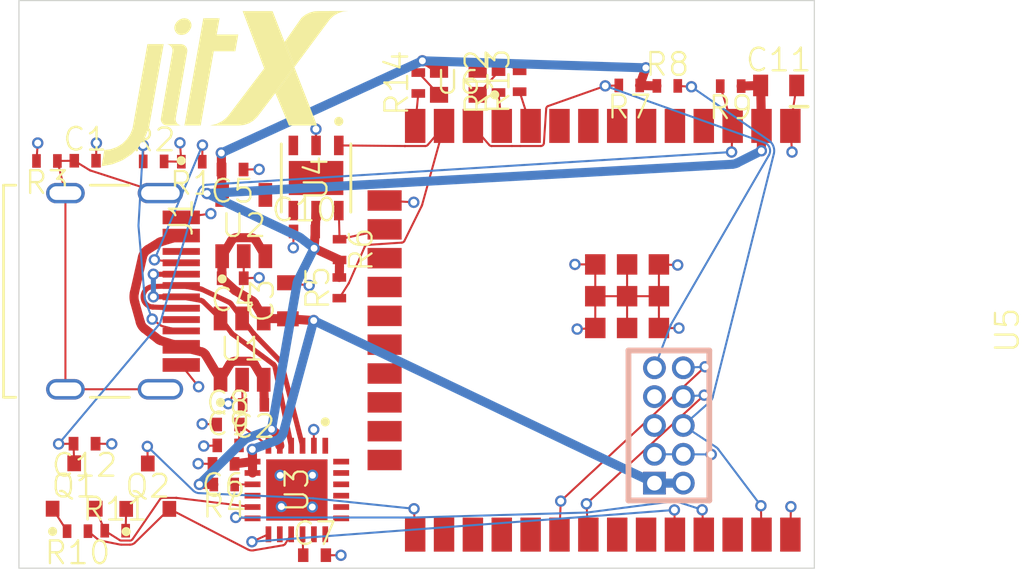
<source format=kicad_pcb>
(kicad_pcb (version 20221018) (generator jitx)
  (layers (0 F.Cu signal) (1 In1.Cu signal) (2 In2.Cu signal) (31 B.Cu signal) (34 "B.Paste" user) (35 "F.Paste" user) (36 "B.SilkS" user "B.Silkscreen") (37 "F.SilkS" user "F.Silkscreen") (38 "B.Mask" user) (39 "F.Mask" user) (44 "Edge.Cuts" user))
  (net 1 "H-I2C_scl")
  (net 2 "rid_p1")
  (net 3 "c")
  (net 4 "VPP")
  (net 5 "b")
  (net 6 "RXD_SCI")
  (net 7 "ESP-RX")
  (net 8 "pc-uart_tx")
  (net 9 "cap_p1")
  (net 10 "g")
  (net 11 "D+")
  (net 12 "TXD_SCI")
  (net 13 "control-pins0_timer")
  (net 14 "SBU1")
  (net 15 "RTS_ECI")
  (net 16 "pc-uart_rx")
  (net 17 "nRST")
  (net 18 "RTS_SCI")
  (net 19 "H-I2C_sda")
  (net 20 "pc-ctrl1_gpio")
  (net 21 "VBUS")
  (net 22 "ESP-TX")
  (net 23 "EN")
  (net 24 "D-")
  (net 25 "control-pins1_timer")
  (net 26 "DTR_SCI")
  (net 27 "control-pins2_timer")
  (net 28 "pc-ctrl0_gpio")
  (net 29 "r")
  (net 30 "rid_rid_p1")
  (net 31 "SBU2")
  (net 32 "gnd")
  (net 33 "proc_q0_b")
  (net 34 "DTR_ECI")
  (net 35 "P5V0")
  (net 36 "P3V3")
  (net 37 "proc_q1_b")
  (net 38 "VDD")
  (footprint ble-mote:Pkg0402_4 (layer F.Cu) (at 129.605497 102.59687 270.0)
    (fp_text value "5K1" hide)
    (fp_text reference "R1")
  )
  (footprint ble-mote:SOT95P280X100_3N (layer F.Cu) (at 124.430854 116.879644 0.0)
    (fp_text value "~" hide)
    (fp_text reference "Q1")
  )
  (footprint ble-mote:JITX_SM_LP (layer F.Cu) (at 124.475591 103.740814 0.0)
    (fp_text reference "JITX1" hide)
    (fp_text value "~" hide)
  )
  (footprint ble-mote:QFN24 (layer F.Cu) (at 134.229127 117.055949 270.0)
    (fp_text value "~" hide)
    (fp_text reference "U3")
  )
  (footprint ble-mote:Pkg0402_4 (layer F.Cu) (at 148.856261 99.238499 270.0)
    (fp_text value "10K" hide)
    (fp_text reference "R7")
  )
  (footprint ble-mote:Pkg0402_4 (layer F.Cu) (at 126.235437 118.84835 90.0)
    (fp_text value "10K" hide)
    (fp_text reference "R11")
  )
  (footprint ble-mote:Pkg0402 (layer F.Cu) (at 136.108091 106.468358 0.0)
    (fp_text value "8K2" hide)
    (fp_text reference "R6")
  )
  (footprint ble-mote:ESP32_WROOM (layer F.Cu) (at 150.840312 110.02064 270.0)
    (fp_text value "~" hide)
    (fp_text reference "U5")
  )
  (footprint ble-mote:HDR_TH_10P_P1_27_V_F_R2_C5_S1_27_1 (layer B.Cu) (at 150.599356 114.21335 270.0)
    (fp_text reference "H1")
    (fp_text value "~")
  )
  (footprint ble-mote:Pkg0402_3 (layer F.Cu) (at 131.406024 107.729238 270.0)
    (fp_text value "1u" hide)
    (fp_text reference "C4")
  )
  (footprint ble-mote:Pkg0402_2 (layer F.Cu) (at 131.205498 115.091924 90.0)
    (fp_text value "100n" hide)
    (fp_text reference "C9")
  )
  (footprint ble-mote:Pkg0402 (layer F.Cu) (at 136.097441 108.150974 180.0)
    (fp_text value "8K2" hide)
    (fp_text reference "R5")
  )
  (footprint ble-mote:Pkg0402_4 (layer F.Cu) (at 139.572987 99.130527 180.0)
    (fp_text value "43R" hide)
    (fp_text reference "R14")
  )
  (footprint ble-mote:SOT95P280X145_6N (layer F.Cu) (at 131.8202 110.850399 0.0)
    (fp_text value "~" hide)
    (fp_text reference "U1")
  )
  (footprint ble-mote:RGB_2020 (layer F.Cu) (at 141.335363 99.100265 180.0)
    (fp_text value "~" hide)
    (fp_text reference "U6")
  )
  (footprint ble-mote:Pkg0402_4 (layer F.Cu) (at 127.927676 102.583802 90.0)
    (fp_text value "5K1" hide)
    (fp_text reference "R2")
  )
  (footprint ble-mote:Pkg0402_2 (layer F.Cu) (at 132.318745 113.308782 270.0)
    (fp_text value "100n" hide)
    (fp_text reference "C2")
  )
  (footprint ble-mote:Pkg0402_4 (layer F.Cu) (at 150.530744 99.258353 90.0)
    (fp_text value "10K" hide)
    (fp_text reference "R8")
  )
  (footprint ble-mote:Pkg0402_4 (layer F.Cu) (at 123.231926 102.563035 270.0)
    (fp_text value "100K" hide)
    (fp_text reference "R3")
  )
  (footprint ble-mote:Pkg0402_3 (layer F.Cu) (at 131.398732 102.941548 270.0)
    (fp_text value "1u" hide)
    (fp_text reference "C5")
  )
  (footprint ble-mote:Pkg0402_4 (layer F.Cu) (at 131.033303 116.814086 270.0)
    (fp_text value "4K7" hide)
    (fp_text reference "R4")
  )
  (footprint ble-mote:Pkg0402_4 (layer F.Cu) (at 143.102254 99.090141 180.0)
    (fp_text value "150R" hide)
    (fp_text reference "R12")
  )
  (footprint ble-mote:Pkg0603 (layer F.Cu) (at 133.8345 108.723621 180.0)
    (fp_text value "10u" hide)
    (fp_text reference "C3")
  )
  (footprint ble-mote:Pkg0603 (layer F.Cu) (at 155.430123 99.237927 90.0)
    (fp_text value "10u" hide)
    (fp_text reference "C11")
  )
  (footprint ble-mote:Pkg0402_1 (layer F.Cu) (at 135.007589 119.92599 90.0)
    (fp_text value "4.7u" hide)
    (fp_text reference "C7")
  )
  (footprint ble-mote:Pkg0402_4 (layer F.Cu) (at 124.577724 118.868204 270.0)
    (fp_text value "10K" hide)
    (fp_text reference "R10")
  )
  (footprint ble-mote:Pkg0402_2 (layer F.Cu) (at 124.913855 102.554803 90.0)
    (fp_text value "100n" hide)
    (fp_text reference "C1")
  )
  (footprint ble-mote:Pkg0402_2 (layer F.Cu) (at 134.561141 105.668237 90.0)
    (fp_text value "100n" hide)
    (fp_text reference "C10")
  )
  (footprint ble-mote:Pkg0402_3 (layer F.Cu) (at 124.886517 115.016552 270.0)
    (fp_text value "1u" hide)
    (fp_text reference "C12")
  )
  (footprint ble-mote:SOT95P280X100_3N (layer F.Cu) (at 127.668982 116.887531 0.0)
    (fp_text value "~" hide)
    (fp_text reference "Q2")
  )
  (footprint ble-mote:SOT95P280X145_5N (layer F.Cu) (at 131.892369 105.408538 0.0)
    (fp_text value "~" hide)
    (fp_text reference "U2")
  )
  (footprint ble-mote:Pkg0402_1 (layer F.Cu) (at 131.203689 114.170499 90.0)
    (fp_text value "4.7u" hide)
    (fp_text reference "C8")
  )
  (footprint ble-mote:Pkg0402_4 (layer F.Cu) (at 144.030817 99.05363 180.0)
    (fp_text value "150R" hide)
    (fp_text reference "R13")
  )
  (footprint ble-mote:LP_TYPE_C_31_M_12 (layer F.Cu) (at 129.141239 105.049863 270.0)
    (fp_text value "~" hide)
    (fp_text reference "J1")
  )
  (footprint ble-mote:Pkg0402_3 (layer F.Cu) (at 131.002613 115.905356 270.0)
    (fp_text value "1u" hide)
    (fp_text reference "C6")
  )
  (footprint ble-mote:SON100P300X300X80_7N (layer F.Cu) (at 135.074029 103.31497 270.0)
    (fp_text value "~" hide)
    (fp_text reference "U4")
  )
  (footprint ble-mote:Pkg0402_4 (layer F.Cu) (at 153.319367 99.268309 270.0)
    (fp_text value "10K" hide)
    (fp_text reference "R9")
  )
  (segment (start 145.839727 117.544299) (end 145.785312 119.02064) (layer F.Cu) (width 0.09) (net 0))
  (segment (start 154.675312 119.02064) (end 154.649517497212 117.748933694349) (layer F.Cu) (width 0.09) (net 0))
  (segment (start 147.055312 119.02064) (end 146.971398 117.663423) (layer F.Cu) (width 0.09) (net 0))
  (segment (start 144.030817 98.5937687818866) (end 143.460960986636 98.3185741882456) (layer F.Cu) (width 0.09) (net 10))
  (segment (start 143.460960986636 98.3185741882456) (end 143.460960986636 98.3185741882456) (layer F.Cu) (width 0.09) (net 10))
  (arc (start 143.460960986636 98.3185741882456) (mid 143.432366127234 98.3085421406074) (end 143.402254 98.305141) (layer F.Cu) (width 0.09) (net 10))
  (segment (start 143.402254 98.305141) (end 142.802254 98.305141) (layer F.Cu) (width 0.09) (net 10))
  (segment (start 142.802254 98.305141) (end 142.802254 98.305141) (layer F.Cu) (width 0.09) (net 10))
  (arc (start 142.802254 98.305141) (mid 142.775844620835 98.3077493662306) (end 142.750455765119 98.3154736712276) (layer F.Cu) (width 0.09) (net 10))
  (segment (start 142.750455765119 98.3154736712276) (end 142.185363 98.550265) (layer F.Cu) (width 0.09) (net 10))
  (segment (start 151.234356 115.48335) (end 149.964356 115.48335) (layer B.Cu) (width 0.09) (net 32))
  (segment (start 152.463213 115.488797) (end 151.234356 115.48335) (layer B.Cu) (width 0.09) (net 32))
  (segment (start 134.769209 108.047662) (end 133.8345 107.929687017178) (layer F.Cu) (width 0.09) (net 32))
  (segment (start 148.760312 108.52064) (end 148.760312 109.92064) (layer F.Cu) (width 0.09) (net 32))
  (segment (start 130.705077781887 114.170499) (end 130.063225 114.146012) (layer F.Cu) (width 0.09) (net 32))
  (segment (start 130.444251 104.8851) (end 129.141239 105.049863) (layer F.Cu) (width 0.09) (net 32))
  (segment (start 132.569228 107.706619) (end 131.890885218113 107.729238) (layer F.Cu) (width 0.09) (net 32))
  (segment (start 147.360312 107.12064) (end 147.360312 108.52064) (layer F.Cu) (width 0.09) (net 32))
  (segment (start 130.132713 115.118851) (end 130.726886781887 115.091924) (layer F.Cu) (width 0.09) (net 32))
  (segment (start 129.904291 112.505801) (end 129.141239 111.549863) (layer F.Cu) (width 0.09) (net 32))
  (segment (start 122.826231 101.774182) (end 122.772064781887 102.563035) (layer F.Cu) (width 0.09) (net 32))
  (segment (start 155.945312 119.02064) (end 155.968587 117.788939) (layer F.Cu) (width 0.09) (net 32))
  (segment (start 132.569228 102.933424) (end 131.883593218113 102.941548) (layer F.Cu) (width 0.09) (net 32))
  (segment (start 146.563842 109.969026) (end 147.360312 109.92064) (layer F.Cu) (width 0.09) (net 32))
  (segment (start 150.160312 107.12064) (end 150.160312 108.52064) (layer F.Cu) (width 0.09) (net 32))
  (segment (start 131.8202 112.200399) (end 131.840133781887 113.308782) (layer F.Cu) (width 0.09) (net 32))
  (segment (start 125.392466218113 102.554803) (end 125.409372 101.774181) (layer F.Cu) (width 0.09) (net 32))
  (segment (start 156.017858 102.17058) (end 155.945312 101.02064) (layer F.Cu) (width 0.09) (net 32))
  (segment (start 151.042223 109.926909) (end 150.160312 109.92064) (layer F.Cu) (width 0.09) (net 32))
  (segment (start 147.360312 109.92064) (end 147.360312 108.52064) (layer F.Cu) (width 0.09) (net 32))
  (segment (start 126.081899 115.024987) (end 125.371378218113 115.016552) (layer F.Cu) (width 0.09) (net 32))
  (segment (start 134.972032 114.394409) (end 134.979127 115.105949) (layer F.Cu) (width 0.09) (net 32))
  (segment (start 131.8202 112.200399) (end 131.2099 113.253368) (layer F.Cu) (width 0.09) (net 32))
  (segment (start 134.073381 106.38686) (end 134.082529781887 105.668237) (layer F.Cu) (width 0.09) (net 32))
  (segment (start 138.090312 104.30564) (end 139.372904 104.38457) (layer F.Cu) (width 0.09) (net 32))
  (segment (start 146.465571 107.119147) (end 147.360312 107.12064) (layer F.Cu) (width 0.09) (net 32))
  (segment (start 150.160312 108.52064) (end 148.760312 108.52064) (layer F.Cu) (width 0.09) (net 32))
  (segment (start 155.945312 101.02064) (end 156.224056982822 99.237927) (layer F.Cu) (width 0.09) (net 32))
  (segment (start 135.068834 101.162203) (end 135.074029 101.87997) (layer F.Cu) (width 0.09) (net 32))
  (segment (start 131.890885218113 107.729238) (end 131.892369 106.758538) (layer F.Cu) (width 0.09) (net 32))
  (segment (start 150.986068 107.147225) (end 150.160312 107.12064) (layer F.Cu) (width 0.09) (net 32))
  (segment (start 148.760312 108.52064) (end 147.360312 108.52064) (layer F.Cu) (width 0.09) (net 32))
  (segment (start 136.169796 119.93051) (end 135.506200218113 119.92599) (layer F.Cu) (width 0.09) (net 32))
  (segment (start 129.145635781887 102.59687) (end 128.387537218113 102.583802) (layer F.Cu) (width 0.09) (net 32))
  (segment (start 150.160312 108.52064) (end 150.160312 109.92064) (layer F.Cu) (width 0.09) (net 32))
  (segment (start 129.885784 115.895694) (end 130.517751781887 115.905356) (layer F.Cu) (width 0.09) (net 32))
  (segment (start 129.084739 101.766146) (end 129.145635781887 102.59687) (layer F.Cu) (width 0.09) (net 32))
  (segment (start 148.760312 108.52064) (end 148.760312 107.12064) (layer F.Cu) (width 0.09) (net 32))
  (segment (start 152.192967 111.627844) (end 151.234356 111.67335) (layer B.Cu) (width 0.09) (net 8))
  (segment (start 152.192967 111.627844) (end 145.839727 117.544299) (layer F.Cu) (width 0.09) (net 8))
  (segment (start 139.435312 101.02064) (end 139.572987 99.5903882181134) (layer F.Cu) (width 0.09) (net 27))
  (segment (start 131.8202 109.500399) (end 131.331350213966 108.853601592233) (layer F.Cu) (width 0.224) (net 11))
  (segment (start 131.331350213966 108.853601592233) (end 131.331350213966 108.853601592233) (layer F.Cu) (width 0.224) (net 11))
  (arc (start 131.331350213966 108.853601592233) (mid 131.297835995871 108.81883255226) (end 131.257026941577 108.793011823323) (layer F.Cu) (width 0.224) (net 11))
  (segment (start 131.257026941577 108.793011823323) (end 130.048065941577 108.217475823323) (layer F.Cu) (width 0.224) (net 11))
  (segment (start 130.048065941577 108.217475823323) (end 130.048065941577 108.217475823323) (layer F.Cu) (width 0.224) (net 11))
  (arc (start 130.048065941577 108.217475823323) (mid 130.022781947563 108.207466363841) (end 129.996382642775 108.200943608355) (layer F.Cu) (width 0.224) (net 11))
  (segment (start 129.996382642775 108.200943608355) (end 129.141239 108.049863) (layer F.Cu) (width 0.224) (net 11))
  (segment (start 134.479127 115.105949) (end 133.570145068439 111.547684754343) (layer F.Cu) (width 0.224) (net 11))
  (segment (start 133.570145068439 111.547684754343) (end 133.570145068439 111.547684754343) (layer F.Cu) (width 0.224) (net 11))
  (arc (start 133.570145068439 111.547684754343) (mid 133.520512920521 111.423457987833) (end 133.440614270652 111.316164719763) (layer F.Cu) (width 0.224) (net 11))
  (segment (start 133.440614270652 111.316164719763) (end 132.325192863039 110.166029474046) (layer F.Cu) (width 0.224) (net 11))
  (segment (start 132.325192863039 110.166029474046) (end 132.325192863039 110.166029474046) (layer F.Cu) (width 0.224) (net 11))
  (arc (start 132.325192863039 110.166029474046) (mid 132.316831972113 110.156860964165) (end 132.309049786034 110.147196407767) (layer F.Cu) (width 0.224) (net 11))
  (segment (start 132.309049786034 110.147196407767) (end 131.8202 109.500399) (layer F.Cu) (width 0.224) (net 11))
  (segment (start 129.141239 109.049863) (end 127.89715309091 108.998302308639) (layer F.Cu) (width 0.224) (net 11))
  (segment (start 127.89715309091 108.998302308639) (end 127.89715309091 108.998302308639) (layer F.Cu) (width 0.224) (net 11))
  (arc (start 127.89715309091 108.998302308639) (mid 127.463871468375 108.545537867678) (end 127.899455614867 108.09498814262) (layer F.Cu) (width 0.224) (net 11))
  (segment (start 127.899455614867 108.09498814262) (end 129.141239 108.049863) (layer F.Cu) (width 0.224) (net 11))
  (segment (start 153.357439 102.17058) (end 130.248943924457 103.61247228654) (layer B.Cu) (width 0.09) (net 23))
  (segment (start 130.248943924457 103.61247228654) (end 130.248943924457 103.61247228654) (layer B.Cu) (width 0.09) (net 23))
  (arc (start 130.248943924457 103.61247228654) (mid 130.032285564395 103.6961920261) (end 129.903211547363 103.889297535872) (layer B.Cu) (width 0.09) (net 23))
  (segment (start 129.903211547363 103.889297535872) (end 128.233071452637 109.637035464128) (layer B.Cu) (width 0.09) (net 23))
  (segment (start 128.233071452637 109.637035464128) (end 128.233071452637 109.637035464128) (layer B.Cu) (width 0.09) (net 23))
  (arc (start 128.233071452637 109.637035464128) (mid 128.20289926322 109.711102148552) (end 128.158075337271 109.777336961287) (layer B.Cu) (width 0.09) (net 23))
  (segment (start 128.158075337271 109.777336961287) (end 123.745217 115.027122) (layer B.Cu) (width 0.09) (net 23))
  (segment (start 123.745217 115.027122) (end 124.401655781887 115.016552) (layer F.Cu) (width 0.09) (net 23))
  (segment (start 153.357439 102.17058) (end 153.405312 101.02064) (layer F.Cu) (width 0.09) (net 23))
  (segment (start 153.405312 101.02064) (end 152.859505781887 99.268309) (layer F.Cu) (width 0.09) (net 23))
  (segment (start 124.401655781887 115.016552) (end 124.430854 115.879644) (layer F.Cu) (width 0.09) (net 23))
  (segment (start 126.695298218113 118.84835) (end 126.718982 117.887531) (layer F.Cu) (width 0.09) (net 37))
  (segment (start 154.649517497212 117.748933694349) (end 152.77062260855 115.257011900024) (layer B.Cu) (width 0.09) (net 20))
  (segment (start 152.77062260855 115.257011900024) (end 152.77062260855 115.257011900024) (layer B.Cu) (width 0.09) (net 20))
  (arc (start 152.77062260855 115.257011900024) (mid 152.726995489503 115.208361983942) (end 152.675769192717 115.167790979904) (layer B.Cu) (width 0.09) (net 20))
  (segment (start 152.675769192717 115.167790979904) (end 151.234356 114.21335) (layer B.Cu) (width 0.09) (net 20))
  (segment (start 151.591374 99.296639) (end 154.990475391016 101.651452044234) (layer B.Cu) (width 0.09) (net 20))
  (segment (start 154.990475391016 101.651452044234) (end 154.990475391016 101.651452044234) (layer B.Cu) (width 0.09) (net 20))
  (arc (start 154.990475391016 101.651452044234) (mid 155.197601063104 101.917104921474) (end 155.216731162964 102.25341807094) (layer B.Cu) (width 0.09) (net 20))
  (segment (start 155.216731162964 102.25341807094) (end 152.526679128745 112.972352499667) (layer B.Cu) (width 0.09) (net 20))
  (segment (start 152.526679128745 112.972352499667) (end 152.526679128745 112.972352499667) (layer B.Cu) (width 0.09) (net 20))
  (arc (start 152.526679128745 112.972352499667) (mid 152.482611646627 113.078016620118) (end 152.409421037396 113.166050613845) (layer B.Cu) (width 0.09) (net 20))
  (segment (start 152.409421037396 113.166050613845) (end 151.234356 114.21335) (layer B.Cu) (width 0.09) (net 20))
  (segment (start 151.591374 99.296639) (end 150.990605218113 99.258353) (layer F.Cu) (width 0.09) (net 20))
  (segment (start 152.153259 112.878638) (end 151.234356 112.94335) (layer B.Cu) (width 0.09) (net 16))
  (segment (start 152.153259 112.878638) (end 146.971398 117.663423) (layer F.Cu) (width 0.09) (net 16))
  (segment (start 131.493164218113 116.814086) (end 132.279127 116.805949) (layer F.Cu) (width 0.09) (net 17))
  (segment (start 139.572987 98.6706657818866) (end 140.485363 99.650265) (layer F.Cu) (width 0.09) (net 5))
  (segment (start 150.842377 117.934645) (end 147.014392003941 118.226784798159) (layer B.Cu) (width 0.09) (net 7))
  (segment (start 147.014392003941 118.226784798159) (end 147.014392003941 118.226784798159) (layer B.Cu) (width 0.09) (net 7))
  (arc (start 147.014392003941 118.226784798159) (mid 147.014017163318 118.226813279396) (end 147.013642303829 118.226841511228) (layer B.Cu) (width 0.09) (net 7))
  (segment (start 147.013642303829 118.226841511228) (end 132.252321 119.333624) (layer B.Cu) (width 0.09) (net 7))
  (segment (start 132.252321 119.333624) (end 132.979127 119.005949) (layer F.Cu) (width 0.09) (net 7))
  (segment (start 150.842377 117.934645) (end 150.865312 119.02064) (layer F.Cu) (width 0.09) (net 7))
  (segment (start 139.384655 117.882333) (end 134.947452846846 117.421688030307) (layer B.Cu) (width 0.09) (net 3))
  (segment (start 134.947452846846 117.421688030307) (end 134.947452846846 117.421688030307) (layer B.Cu) (width 0.09) (net 3))
  (arc (start 134.947452846846 117.421688030307) (mid 134.936324676757 117.420695743417) (end 134.925172400041 117.420026768938) (layer B.Cu) (width 0.09) (net 3))
  (segment (start 134.925172400041 117.420026768938) (end 129.924464599959 117.192820231062) (layer B.Cu) (width 0.09) (net 3))
  (segment (start 129.924464599959 117.192820231062) (end 129.924464599959 117.192820231062) (layer B.Cu) (width 0.09) (net 3))
  (arc (start 129.924464599959 117.192820231062) (mid 129.789901852427 117.161925503938) (end 129.67489096123 117.085544144343) (layer B.Cu) (width 0.09) (net 3))
  (segment (start 129.67489096123 117.085544144343) (end 127.651014 115.136682) (layer B.Cu) (width 0.09) (net 3))
  (segment (start 127.668982 115.887531) (end 127.651014 115.136682) (layer F.Cu) (width 0.09) (net 3))
  (segment (start 139.384655 117.882333) (end 139.435312 119.02064) (layer F.Cu) (width 0.09) (net 3))
  (segment (start 149.964356 111.67335) (end 150.682481178858 109.789756449454) (layer B.Cu) (width 0.09) (net 28))
  (segment (start 150.682481178858 109.789756449454) (end 150.682481178858 109.789756449454) (layer B.Cu) (width 0.09) (net 28))
  (arc (start 150.682481178858 109.789756449454) (mid 150.69458860019 109.761454099593) (end 150.708918472242 109.734209514334) (layer B.Cu) (width 0.09) (net 28))
  (segment (start 150.708918472242 109.734209514334) (end 155.002029527758 102.308588485666) (layer B.Cu) (width 0.09) (net 28))
  (segment (start 155.002029527758 102.308588485666) (end 155.002029527758 102.308588485666) (layer B.Cu) (width 0.09) (net 28))
  (arc (start 155.002029527758 102.308588485666) (mid 155.030119758838 101.983153065587) (end 154.79806604992 101.753265375831) (layer B.Cu) (width 0.09) (net 28))
  (segment (start 154.79806604992 101.753265375831) (end 147.799284 99.256931) (layer B.Cu) (width 0.09) (net 28))
  (segment (start 147.799284 99.256931) (end 145.290340221691 100.143350805031) (layer F.Cu) (width 0.09) (net 28))
  (segment (start 145.290340221691 100.143350805031) (end 145.290340221691 100.143350805031) (layer F.Cu) (width 0.09) (net 28))
  (arc (start 145.290340221691 100.143350805031) (mid 145.227732781553 100.18908197306) (end 145.200607483979 100.261712886048) (layer F.Cu) (width 0.09) (net 28))
  (segment (start 145.200607483979 100.261712886048) (end 145.100016516021 101.779567113952) (layer F.Cu) (width 0.09) (net 28))
  (segment (start 145.100016516021 101.779567113952) (end 145.100016516021 101.779567113952) (layer F.Cu) (width 0.09) (net 28))
  (arc (start 145.100016516021 101.779567113952) (mid 145.0575612266 101.86920510636) (end 144.965312 101.90564) (layer F.Cu) (width 0.09) (net 28))
  (segment (start 144.965312 101.90564) (end 144.065312 101.90564) (layer F.Cu) (width 0.09) (net 28))
  (segment (start 144.065312 101.90564) (end 143.695312 101.90564) (layer F.Cu) (width 0.09) (net 28))
  (segment (start 143.695312 101.90564) (end 142.795312 101.90564) (layer F.Cu) (width 0.09) (net 28))
  (segment (start 142.795312 101.90564) (end 142.795312 101.90564) (layer F.Cu) (width 0.09) (net 28))
  (arc (start 142.795312 101.90564) (mid 142.738873361455 101.893276373394) (end 142.69277229703 101.858450075247) (layer F.Cu) (width 0.09) (net 28))
  (segment (start 142.69277229703 101.858450075247) (end 141.975312 101.02064) (layer F.Cu) (width 0.09) (net 28))
  (segment (start 147.799284 99.256931) (end 148.396399781887 99.238499) (layer F.Cu) (width 0.09) (net 28))
  (segment (start 127.46329 101.881957) (end 127.260962846504 105.384778692064) (layer B.Cu) (width 0.09) (net 2))
  (segment (start 127.260962846504 105.384778692064) (end 127.260962846504 105.384778692064) (layer B.Cu) (width 0.09) (net 2))
  (arc (start 127.260962846504 105.384778692064) (mid 127.260282930305 105.416045025223) (end 127.261851168367 105.447279405393) (layer B.Cu) (width 0.09) (net 2))
  (segment (start 127.261851168367 105.447279405393) (end 127.532296861658 108.579805669141) (layer B.Cu) (width 0.09) (net 2))
  (segment (start 127.532296861658 108.579805669141) (end 127.532296861658 108.579805669141) (layer B.Cu) (width 0.09) (net 2))
  (arc (start 127.532296861658 108.579805669141) (mid 127.539924620604 108.629696455838) (end 127.554013068561 108.678160761651) (layer B.Cu) (width 0.09) (net 2))
  (segment (start 127.554013068561 108.678160761651) (end 127.863363 109.529608) (layer B.Cu) (width 0.09) (net 2))
  (segment (start 127.46329 101.881957) (end 127.467814781887 102.583802) (layer F.Cu) (width 0.09) (net 2))
  (segment (start 127.863363 109.529608) (end 128.241052272997 109.808468196987) (layer F.Cu) (width 0.09) (net 2))
  (segment (start 128.241052272997 109.808468196987) (end 128.241052272997 109.808468196987) (layer F.Cu) (width 0.09) (net 2))
  (arc (start 128.241052272997 109.808468196987) (mid 128.263285140421 109.821790643133) (end 128.287654233107 109.830618739579) (layer F.Cu) (width 0.09) (net 2))
  (segment (start 128.287654233107 109.830618739579) (end 129.141239 110.049863) (layer F.Cu) (width 0.09) (net 2))
  (segment (start 143.245312 101.02064) (end 143.102254 99.5500022181134) (layer F.Cu) (width 0.09) (net 13))
  (segment (start 131.684109218113 115.091924) (end 131.702300218113 114.170499) (layer F.Cu) (width 0.09) (net 38))
  (segment (start 131.702300218113 114.170499) (end 132.979127 115.105949) (layer F.Cu) (width 0.09) (net 38))
  (segment (start 124.045239 103.979863) (end 124.045239 112.619863) (layer F.Cu) (width 0.09) (net 9))
  (segment (start 123.691787218113 102.563035) (end 124.435243781887 102.554803) (layer F.Cu) (width 0.09) (net 9))
  (segment (start 123.691787218113 102.563035) (end 124.045239 103.979863) (layer F.Cu) (width 0.09) (net 9))
  (segment (start 128.225239 103.979863) (end 125.142055510673 102.983258944581) (layer F.Cu) (width 0.09) (net 9))
  (segment (start 125.142055510673 102.983258944581) (end 125.142055510673 102.983258944581) (layer F.Cu) (width 0.09) (net 9))
  (arc (start 125.142055510673 102.983258944581) (mid 125.127167937137 102.977452779504) (end 125.113070719952 102.969928162151) (layer F.Cu) (width 0.09) (net 9))
  (segment (start 125.113070719952 102.969928162151) (end 124.435243781887 102.554803) (layer F.Cu) (width 0.09) (net 9))
  (segment (start 128.225239 112.619863) (end 124.045239 112.619863) (layer F.Cu) (width 0.09) (net 9))
  (segment (start 134.508977781887 119.92599) (end 134.479127 119.005949) (layer F.Cu) (width 0.09) (net 4))
  (segment (start 125.380854 117.879644) (end 125.775575781887 118.84835) (layer F.Cu) (width 0.09) (net 15))
  (segment (start 125.775575781887 118.84835) (end 126.433209362016 119.262578660243) (layer F.Cu) (width 0.09) (net 15))
  (segment (start 126.433209362016 119.262578660243) (end 126.433209362016 119.262578660243) (layer F.Cu) (width 0.09) (net 15))
  (arc (start 126.433209362016 119.262578660243) (mid 126.467715272014 119.278053255805) (end 126.505159436227 119.28335) (layer F.Cu) (width 0.09) (net 15))
  (segment (start 126.505159436227 119.28335) (end 126.885437 119.28335) (layer F.Cu) (width 0.09) (net 15))
  (segment (start 126.885437 119.28335) (end 126.885437 119.28335) (layer F.Cu) (width 0.09) (net 15))
  (arc (start 126.885437 119.28335) (mid 126.948321650559 119.267809284797) (end 126.996728190821 119.224765121839) (layer F.Cu) (width 0.09) (net 15))
  (segment (start 126.996728190821 119.224765121839) (end 128.207690809179 117.461115878161) (layer F.Cu) (width 0.09) (net 15))
  (segment (start 128.207690809179 117.461115878161) (end 128.207690809179 117.461115878161) (layer F.Cu) (width 0.09) (net 15))
  (arc (start 128.207690809179 117.461115878161) (mid 128.256097349441 117.418071715203) (end 128.318982 117.402531) (layer F.Cu) (width 0.09) (net 15))
  (segment (start 128.318982 117.402531) (end 128.918982 117.402531) (layer F.Cu) (width 0.09) (net 15))
  (segment (start 128.918982 117.402531) (end 128.918982 117.402531) (layer F.Cu) (width 0.09) (net 15))
  (arc (start 128.918982 117.402531) (mid 128.927061883884 117.402773011456) (end 128.935112798517 117.403498178127) (layer F.Cu) (width 0.09) (net 15))
  (segment (start 128.935112798517 117.403498178127) (end 132.279127 117.805949) (layer F.Cu) (width 0.09) (net 15))
  (segment (start 127.91587 108.54669) (end 127.91587 107.553996) (layer B.Cu) (width 0.224) (net 24))
  (segment (start 127.91587 107.553996) (end 129.141239 107.549863) (layer F.Cu) (width 0.224) (net 24))
  (segment (start 127.91587 108.54669) (end 129.141239 108.549863) (layer F.Cu) (width 0.224) (net 24))
  (segment (start 130.8702 109.500399) (end 130.101908621587 108.754893839271) (layer F.Cu) (width 0.224) (net 24))
  (segment (start 130.101908621587 108.754893839271) (end 130.101908621587 108.754893839271) (layer F.Cu) (width 0.224) (net 24))
  (arc (start 130.101908621587 108.754893839271) (mid 130.053191340022 108.720005369735) (end 129.996382642775 108.700943608355) (layer F.Cu) (width 0.224) (net 24))
  (segment (start 129.996382642775 108.700943608355) (end 129.141239 108.549863) (layer F.Cu) (width 0.224) (net 24))
  (segment (start 130.8702 109.500399) (end 131.359049786034 110.147196407767) (layer F.Cu) (width 0.224) (net 24))
  (segment (start 131.359049786034 110.147196407767) (end 131.359049786034 110.147196407767) (layer F.Cu) (width 0.224) (net 24))
  (arc (start 131.359049786034 110.147196407767) (mid 131.378079205994 110.168945786488) (end 131.400017477833 110.187757126885) (layer F.Cu) (width 0.224) (net 24))
  (segment (start 131.400017477833 110.187757126885) (end 133.190382522167 111.513040873115) (layer F.Cu) (width 0.224) (net 24))
  (segment (start 133.190382522167 111.513040873115) (end 133.190382522167 111.513040873115) (layer F.Cu) (width 0.224) (net 24))
  (arc (start 133.190382522167 111.513040873115) (mid 133.240501932564 111.566765433526) (end 133.268090754173 111.634861987125) (layer F.Cu) (width 0.224) (net 24))
  (segment (start 133.268090754173 111.634861987125) (end 133.979127 115.105949) (layer F.Cu) (width 0.224) (net 24))
  (segment (start 142.185363 99.650265) (end 143.102254 98.6302797818866) (layer F.Cu) (width 0.09) (net 29))
  (segment (start 151.234356 116.75335) (end 149.964356 116.75335) (layer B.Cu) (width 0.4) (net 35))
  (segment (start 134.970855 109.592496) (end 133.635926644707 114.520688017902) (layer B.Cu) (width 0.4) (net 35))
  (segment (start 133.635926644707 114.520688017902) (end 133.635926644707 114.520688017902) (layer B.Cu) (width 0.4) (net 35))
  (arc (start 133.635926644707 114.520688017902) (mid 133.512969629994 114.744179935269) (end 133.301145725463 114.886298540895) (layer B.Cu) (width 0.4) (net 35))
  (segment (start 133.301145725463 114.886298540895) (end 132.269127 115.265949) (layer B.Cu) (width 0.4) (net 35))
  (segment (start 134.970855 109.592496) (end 149.964356 116.75335) (layer B.Cu) (width 0.4) (net 35))
  (segment (start 132.279127 116.305949) (end 132.279127 115.805949) (layer F.Cu) (width 0.4) (net 35))
  (segment (start 131.487474218113 115.905356) (end 132.279127 115.805949) (layer F.Cu) (width 0.4) (net 35))
  (segment (start 134.970855 109.592496) (end 133.8345 109.517554982822) (layer F.Cu) (width 0.4) (net 35))
  (segment (start 132.269127 115.265949) (end 132.279127 115.805949) (layer F.Cu) (width 0.4) (net 35))
  (segment (start 132.7702 109.500399) (end 132.369392788246 108.827065071696) (layer F.Cu) (width 0.4) (net 35))
  (segment (start 132.369392788246 108.827065071696) (end 132.369392788246 108.827065071696) (layer F.Cu) (width 0.4) (net 35))
  (arc (start 132.369392788246 108.827065071696) (mid 132.325931684328 108.771010952249) (end 132.270163540155 108.727183495601) (layer F.Cu) (width 0.4) (net 35))
  (segment (start 132.270163540155 108.727183495601) (end 131.525782896072 108.277453504399) (layer F.Cu) (width 0.4) (net 35))
  (segment (start 131.525782896072 108.277453504399) (end 131.525782896072 108.277453504399) (layer F.Cu) (width 0.4) (net 35))
  (arc (start 131.525782896072 108.277453504399) (mid 131.501737458476 108.261231266416) (end 131.479432822573 108.242688146625) (layer F.Cu) (width 0.4) (net 35))
  (segment (start 131.479432822573 108.242688146625) (end 130.921162781887 107.729238) (layer F.Cu) (width 0.4) (net 35))
  (segment (start 133.8345 109.517554982822) (end 132.7702 109.500399) (layer F.Cu) (width 0.4) (net 35))
  (segment (start 130.942369 106.758538) (end 130.921162781887 107.729238) (layer F.Cu) (width 0.4) (net 35))
  (segment (start 132.842369 106.758538) (end 132.441561788246 106.085204071696) (layer F.Cu) (width 0.4) (net 35))
  (segment (start 132.441561788246 106.085204071696) (end 132.441561788246 106.085204071696) (layer F.Cu) (width 0.4) (net 35))
  (arc (start 132.441561788246 106.085204071696) (mid 132.335692342118 105.981430047717) (end 132.192369 105.943538) (layer F.Cu) (width 0.4) (net 35))
  (segment (start 132.192369 105.943538) (end 131.592369 105.943538) (layer F.Cu) (width 0.4) (net 35))
  (segment (start 131.592369 105.943538) (end 131.592369 105.943538) (layer F.Cu) (width 0.4) (net 35))
  (arc (start 131.592369 105.943538) (mid 131.449045657882 105.981430047717) (end 131.343176211754 106.085204071696) (layer F.Cu) (width 0.4) (net 35))
  (segment (start 131.343176211754 106.085204071696) (end 130.942369 106.758538) (layer F.Cu) (width 0.4) (net 35))
  (segment (start 125.037585218113 118.868204) (end 125.499100604001 119.252133557108) (layer F.Cu) (width 0.09) (net 34))
  (segment (start 125.499100604001 119.252133557108) (end 125.499100604001 119.252133557108) (layer F.Cu) (width 0.09) (net 34))
  (arc (start 125.499100604001 119.252133557108) (mid 125.527272313786 119.270177210744) (end 125.559015985308 119.280739312192) (layer F.Cu) (width 0.09) (net 34))
  (segment (start 125.559015985308 119.280739312192) (end 126.443510401946 119.457258395114) (layer F.Cu) (width 0.09) (net 34))
  (segment (start 126.443510401946 119.457258395114) (end 126.443510401946 119.457258395114) (layer F.Cu) (width 0.09) (net 34))
  (arc (start 126.443510401946 119.457258395114) (mid 126.474184805164 119.461823399558) (end 126.505159436227 119.46335) (layer F.Cu) (width 0.09) (net 34))
  (segment (start 126.505159436227 119.46335) (end 126.885437 119.46335) (layer F.Cu) (width 0.09) (net 34))
  (segment (start 126.885437 119.46335) (end 126.885437 119.46335) (layer F.Cu) (width 0.09) (net 34))
  (arc (start 126.885437 119.46335) (mid 127.004657820205 119.439917138117) (end 127.106140957784 119.373104895427) (layer F.Cu) (width 0.09) (net 34))
  (segment (start 127.106140957784 119.373104895427) (end 128.618982 117.887531) (layer F.Cu) (width 0.09) (net 34))
  (segment (start 128.618982 117.887531) (end 132.07542506512 119.67557842419) (layer F.Cu) (width 0.09) (net 34))
  (segment (start 132.07542506512 119.67557842419) (end 132.07542506512 119.67557842419) (layer F.Cu) (width 0.09) (net 34))
  (arc (start 132.07542506512 119.67557842419) (mid 132.193278601443 119.714069784801) (end 132.317254877661 119.713108639389) (layer F.Cu) (width 0.09) (net 34))
  (segment (start 132.317254877661 119.713108639389) (end 133.626896022037 119.489015042383) (layer F.Cu) (width 0.09) (net 34))
  (segment (start 133.626896022037 119.489015042383) (end 133.626896022037 119.489015042383) (layer F.Cu) (width 0.09) (net 34))
  (arc (start 133.626896022037 119.489015042383) (mid 133.679611967009 119.467873169667) (end 133.718966556598 119.426919953498) (layer F.Cu) (width 0.09) (net 34))
  (segment (start 133.718966556598 119.426919953498) (end 133.979127 119.005949) (layer F.Cu) (width 0.09) (net 34))
  (segment (start 144.515312 101.02064) (end 144.030817 99.5134912181134) (layer F.Cu) (width 0.09) (net 25))
  (segment (start 131.539013 118.264558) (end 139.384518824502 118.267332975917) (layer B.Cu) (width 0.09) (net 22))
  (segment (start 139.384518824502 118.267332975917) (end 139.384518824502 118.267332975917) (layer B.Cu) (width 0.09) (net 22))
  (arc (start 139.384518824502 118.267332975917) (mid 139.39013963473 118.267293931501) (end 139.395759275876 118.267172830393) (layer B.Cu) (width 0.09) (net 22))
  (segment (start 139.395759275876 118.267172830393) (end 146.982502275876 118.048262830393) (layer B.Cu) (width 0.09) (net 22))
  (segment (start 146.982502275876 118.048262830393) (end 146.982502275876 118.048262830393) (layer B.Cu) (width 0.09) (net 22))
  (arc (start 146.982502275876 118.048262830393) (mid 147.001906209117 118.047212329159) (end 147.021232420022 118.045184090973) (layer B.Cu) (width 0.09) (net 22))
  (segment (start 147.021232420022 118.045184090973) (end 150.792542579978 117.552883909027) (layer B.Cu) (width 0.09) (net 22))
  (segment (start 150.792542579978 117.552883909027) (end 150.792542579978 117.552883909027) (layer B.Cu) (width 0.09) (net 22))
  (arc (start 150.792542579978 117.552883909027) (mid 150.877963629667 117.551293214053) (end 150.961632228763 117.5685805379) (layer B.Cu) (width 0.09) (net 22))
  (segment (start 150.961632228763 117.5685805379) (end 152.063754 117.927626) (layer B.Cu) (width 0.09) (net 22))
  (segment (start 131.539013 118.264558) (end 132.279127 118.305949) (layer F.Cu) (width 0.09) (net 22))
  (segment (start 152.063754 117.927626) (end 152.135312 119.02064) (layer F.Cu) (width 0.09) (net 22))
  (segment (start 139.752424 98.152336) (end 149.586133 98.462776) (layer B.Cu) (width 0.4) (net 36))
  (segment (start 139.752424 98.152336) (end 130.905543 102.211746) (layer B.Cu) (width 0.4) (net 36))
  (segment (start 134.987719 106.408146) (end 134.286562794801 107.805478927497) (layer B.Cu) (width 0.4) (net 36))
  (segment (start 134.286562794801 107.805478927497) (end 134.286562794801 107.805478927497) (layer B.Cu) (width 0.4) (net 36))
  (arc (start 134.286562794801 107.805478927497) (mid 134.256456407163 107.878296187219) (end 134.237267548945 107.954719584227) (layer B.Cu) (width 0.4) (net 36))
  (segment (start 134.237267548945 107.954719584227) (end 133.11471 114.379503) (layer B.Cu) (width 0.4) (net 36))
  (segment (start 134.987719 106.408146) (end 134.402270927321 105.958571060489) (layer B.Cu) (width 0.4) (net 36))
  (segment (start 134.402270927321 105.958571060489) (end 134.402270927321 105.958571060489) (layer B.Cu) (width 0.4) (net 36))
  (arc (start 134.402270927321 105.958571060489) (mid 134.354642143514 105.925891270964) (end 134.303795186593 105.898485857957) (layer B.Cu) (width 0.4) (net 36))
  (segment (start 134.303795186593 105.898485857957) (end 130.27292 103.996725) (layer B.Cu) (width 0.4) (net 36))
  (segment (start 129.941939 116.808217) (end 131.889390343981 114.882021829724) (layer B.Cu) (width 0.4) (net 36))
  (segment (start 131.889390343981 114.882021829724) (end 131.889390343981 114.882021829724) (layer B.Cu) (width 0.4) (net 36))
  (arc (start 131.889390343981 114.882021829724) (mid 131.979451404699 114.810220956659) (end 132.082691274537 114.759153459105) (layer B.Cu) (width 0.4) (net 36))
  (segment (start 132.082691274537 114.759153459105) (end 133.11471 114.379503) (layer B.Cu) (width 0.4) (net 36))
  (segment (start 154.668725 102.115889) (end 153.599939630471 102.653066729581) (layer B.Cu) (width 0.4) (net 36))
  (segment (start 153.599939630471 102.653066729581) (end 153.599939630471 102.653066729581) (layer B.Cu) (width 0.4) (net 36))
  (arc (start 153.599939630471 102.653066729581) (mid 153.496614984074 102.692336691818) (end 153.387458829348 102.709744918968) (layer B.Cu) (width 0.4) (net 36))
  (segment (start 153.387458829348 102.709744918968) (end 130.27292 103.996725) (layer B.Cu) (width 0.4) (net 36))
  (segment (start 136.097441 107.694862781887) (end 136.108091 106.924469218113) (layer F.Cu) (width 0.4) (net 36))
  (segment (start 130.27292 103.996725) (end 130.942369 104.058538) (layer F.Cu) (width 0.4) (net 36))
  (segment (start 134.987719 106.408146) (end 136.108091 106.924469218113) (layer F.Cu) (width 0.4) (net 36))
  (segment (start 154.668725 102.115889) (end 154.675312 101.02064) (layer F.Cu) (width 0.4) (net 36))
  (segment (start 130.905543 102.211746) (end 130.913870781887 102.941548) (layer F.Cu) (width 0.4) (net 36))
  (segment (start 130.942369 104.058538) (end 130.913870781887 102.941548) (layer F.Cu) (width 0.4) (net 36))
  (segment (start 135.039752218113 105.668237) (end 134.987719 106.408146) (layer F.Cu) (width 0.4) (net 36))
  (segment (start 135.039752218113 105.668237) (end 135.074029 104.74997) (layer F.Cu) (width 0.4) (net 36))
  (segment (start 150.070882781887 99.258353) (end 149.316122218113 99.238499) (layer F.Cu) (width 0.4) (net 36))
  (segment (start 139.752424 98.152336) (end 139.942102908031 98.1988836239781) (layer F.Cu) (width 0.4) (net 36))
  (segment (start 139.942102908031 98.1988836239781) (end 139.942102908031 98.1988836239781) (layer F.Cu) (width 0.4) (net 36))
  (arc (start 139.942102908031 98.1988836239781) (mid 139.991756794933 98.2159637073616) (end 140.037516786946 98.2417175587971) (layer F.Cu) (width 0.4) (net 36))
  (segment (start 140.037516786946 98.2417175587971) (end 140.485363 98.550265) (layer F.Cu) (width 0.4) (net 36))
  (segment (start 133.11471 114.379503) (end 133.295341773916 114.537919391377) (layer F.Cu) (width 0.4) (net 36))
  (segment (start 133.295341773916 114.537919391377) (end 133.295341773916 114.537919391377) (layer F.Cu) (width 0.4) (net 36))
  (arc (start 133.295341773916 114.537919391377) (mid 133.353616885216 114.608115319214) (end 133.3871997456 114.692942486857) (layer F.Cu) (width 0.4) (net 36))
  (segment (start 133.3871997456 114.692942486857) (end 133.479127 115.105949) (layer F.Cu) (width 0.4) (net 36))
  (segment (start 149.586133 98.462776) (end 149.316122218113 99.238499) (layer F.Cu) (width 0.4) (net 36))
  (segment (start 130.573441781887 116.814086) (end 129.941939 116.808217) (layer F.Cu) (width 0.4) (net 36))
  (segment (start 154.636189017178 99.237927) (end 153.779228218113 99.268309) (layer F.Cu) (width 0.4) (net 36))
  (segment (start 154.636189017178 99.237927) (end 154.675312 101.02064) (layer F.Cu) (width 0.4) (net 36))
  (segment (start 123.480854 117.879644) (end 124.117862781887 118.868204) (layer F.Cu) (width 0.09) (net 33))
  (segment (start 130.074509 101.867918) (end 127.961635 106.918389) (layer B.Cu) (width 0.09) (net 30))
  (segment (start 130.074509 101.867918) (end 130.065358218113 102.59687) (layer F.Cu) (width 0.09) (net 30))
  (segment (start 127.961635 106.918389) (end 129.141239 107.049863) (layer F.Cu) (width 0.09) (net 30))
  (segment (start 129.141239 105.849863) (end 128.237561072284 106.12219772595) (layer F.Cu) (width 0.4) (net 21))
  (segment (start 128.237561072284 106.12219772595) (end 128.237561072284 106.12219772595) (layer F.Cu) (width 0.4) (net 21))
  (arc (start 128.237561072284 106.12219772595) (mid 128.201694192851 106.135648997563) (end 128.167913121189 106.153710252936) (layer F.Cu) (width 0.4) (net 21))
  (segment (start 128.167913121189 106.153710252936) (end 127.676131639456 106.460035608916) (layer F.Cu) (width 0.4) (net 21))
  (segment (start 127.676131639456 106.460035608916) (end 127.676131639456 106.460035608916) (layer F.Cu) (width 0.4) (net 21))
  (arc (start 127.676131639456 106.460035608916) (mid 127.521481463954 106.605555394538) (end 127.434896119248 106.799451404999) (layer F.Cu) (width 0.4) (net 21))
  (segment (start 127.434896119248 106.799451404999) (end 127.082842214515 108.358592396054) (layer F.Cu) (width 0.4) (net 21))
  (segment (start 127.082842214515 108.358592396054) (end 127.082842214515 108.358592396054) (layer F.Cu) (width 0.4) (net 21))
  (arc (start 127.082842214515 108.358592396054) (mid 127.062128725991 108.567709920403) (end 127.093108222508 108.775554714401) (layer F.Cu) (width 0.4) (net 21))
  (segment (start 127.093108222508 108.775554714401) (end 127.343115506035 109.674323393181) (layer F.Cu) (width 0.4) (net 21))
  (segment (start 127.343115506035 109.674323393181) (end 127.343115506035 109.674323393181) (layer F.Cu) (width 0.4) (net 21))
  (arc (start 127.343115506035 109.674323393181) (mid 127.415212066999 109.830873234055) (end 127.532962493182 109.956732695019) (layer F.Cu) (width 0.4) (net 21))
  (segment (start 127.532962493182 109.956732695019) (end 128.143801690783 110.429244780658) (layer F.Cu) (width 0.4) (net 21))
  (segment (start 128.143801690783 110.429244780658) (end 128.143801690783 110.429244780658) (layer F.Cu) (width 0.4) (net 21))
  (arc (start 128.143801690783 110.429244780658) (mid 128.188468085741 110.457684419449) (end 128.237561072284 110.47752827405) (layer F.Cu) (width 0.4) (net 21))
  (segment (start 128.237561072284 110.47752827405) (end 129.141239 110.749863) (layer F.Cu) (width 0.4) (net 21))
  (segment (start 132.7702 112.200399) (end 132.797356218113 113.308782) (layer F.Cu) (width 0.4) (net 21))
  (segment (start 132.7702 112.200399) (end 132.369392788246 111.527065071696) (layer F.Cu) (width 0.4) (net 21))
  (segment (start 132.369392788246 111.527065071696) (end 132.369392788246 111.527065071696) (layer F.Cu) (width 0.4) (net 21))
  (arc (start 132.369392788246 111.527065071696) (mid 132.263523342118 111.423291047717) (end 132.1202 111.385399) (layer F.Cu) (width 0.4) (net 21))
  (segment (start 132.1202 111.385399) (end 131.5202 111.385399) (layer F.Cu) (width 0.4) (net 21))
  (segment (start 131.5202 111.385399) (end 131.5202 111.385399) (layer F.Cu) (width 0.4) (net 21))
  (arc (start 131.5202 111.385399) (mid 131.376876657882 111.423291047717) (end 131.271007211754 111.527065071696) (layer F.Cu) (width 0.4) (net 21))
  (segment (start 131.271007211754 111.527065071696) (end 130.8702 112.200399) (layer F.Cu) (width 0.4) (net 21))
  (segment (start 130.8702 112.200399) (end 130.209867635034 111.100585400068) (layer F.Cu) (width 0.4) (net 21))
  (segment (start 130.209867635034 111.100585400068) (end 130.209867635034 111.100585400068) (layer F.Cu) (width 0.4) (net 21))
  (arc (start 130.209867635034 111.100585400068) (mid 130.133365786078 111.016469834902) (end 130.030404384075 110.968231770116) (layer F.Cu) (width 0.4) (net 21))
  (segment (start 130.030404384075 110.968231770116) (end 129.141239 110.749863) (layer F.Cu) (width 0.4) (net 21))
  (segment (start 136.074029 104.74997) (end 136.108091 106.012246781887) (layer F.Cu) (width 0.09) (net 1))
  (segment (start 138.090312 105.57564) (end 136.108091 106.012246781887) (layer F.Cu) (width 0.09) (net 1))
  (segment (start 140.705312 101.02064) (end 139.98785170297 101.858450075247) (layer F.Cu) (width 0.09) (net 19))
  (segment (start 139.98785170297 101.858450075247) (end 139.98785170297 101.858450075247) (layer F.Cu) (width 0.09) (net 19))
  (arc (start 139.98785170297 101.858450075247) (mid 139.941750638545 101.893276373394) (end 139.885312 101.90564) (layer F.Cu) (width 0.09) (net 19))
  (segment (start 139.885312 101.90564) (end 138.985312 101.90564) (layer F.Cu) (width 0.09) (net 19))
  (segment (start 138.985312 101.90564) (end 138.985312 101.90564) (layer F.Cu) (width 0.09) (net 19))
  (arc (start 138.985312 101.90564) (mid 138.984716719903 101.905638687555) (end 138.984121451381 101.905634750246) (layer F.Cu) (width 0.09) (net 19))
  (segment (start 138.984121451381 101.905634750246) (end 136.074029 101.87997) (layer F.Cu) (width 0.09) (net 19))
  (segment (start 136.097441 108.607085218113) (end 136.511483460198 107.953496406301) (layer F.Cu) (width 0.09) (net 19))
  (segment (start 136.511483460198 107.953496406301) (end 136.511483460198 107.953496406301) (layer F.Cu) (width 0.09) (net 19))
  (arc (start 136.511483460198 107.953496406301) (mid 136.516678103135 107.944556486457) (end 136.521173310174 107.935245224688) (layer F.Cu) (width 0.09) (net 19))
  (segment (start 136.521173310174 107.935245224688) (end 137.216579689826 106.341646339085) (layer F.Cu) (width 0.09) (net 19))
  (segment (start 137.216579689826 106.341646339085) (end 137.216579689826 106.341646339085) (layer F.Cu) (width 0.09) (net 19))
  (arc (start 137.216579689826 106.341646339085) (mid 137.262670572686 106.285200836817) (end 137.331384886048 106.260935483979) (layer F.Cu) (width 0.09) (net 19))
  (segment (start 137.331384886048 106.260935483979) (end 138.849239113952 106.160344516021) (layer F.Cu) (width 0.09) (net 19))
  (segment (start 138.849239113952 106.160344516021) (end 138.849239113952 106.160344516021) (layer F.Cu) (width 0.09) (net 19))
  (arc (start 138.849239113952 106.160344516021) (mid 138.9152941762 106.137901628584) (end 138.961325379147 106.085479469143) (layer F.Cu) (width 0.09) (net 19))
  (segment (start 138.961325379147 106.085479469143) (end 139.71801622942 104.55522330089) (layer F.Cu) (width 0.09) (net 19))
  (segment (start 139.71801622942 104.55522330089) (end 139.71801622942 104.55522330089) (layer F.Cu) (width 0.09) (net 19))
  (arc (start 139.71801622942 104.55522330089) (mid 139.732559040041 104.521949955501) (end 139.743902361235 104.487454478719) (layer F.Cu) (width 0.09) (net 19))
  (segment (start 139.743902361235 104.487454478719) (end 140.705312 101.02064) (layer F.Cu) (width 0.09) (net 19))
  (via (at 146.971398 117.663423) (size 0.5) (drill 0.3) (layers F.Cu B.Cu) (net 0))
  (via (at 154.649517497212 117.748933694349) (size 0.5) (drill 0.3) (layers F.Cu B.Cu) (net 0))
  (via (at 145.839727 117.544299) (size 0.5) (drill 0.3) (layers F.Cu B.Cu) (net 0))
  (via (at 132.569228 102.933424) (size 0.5) (drill 0.3) (layers F.Cu B.Cu) (net 32))
  (via (at 129.084739 101.766146) (size 0.5) (drill 0.3) (layers F.Cu B.Cu) (net 32))
  (via (at 151.042223 109.926909) (size 0.5) (drill 0.3) (layers F.Cu B.Cu) (net 32))
  (via (at 135.068834 101.162203) (size 0.5) (drill 0.3) (layers F.Cu B.Cu) (net 32))
  (via (at 133.49301 116.410084) (size 0.5) (drill 0.3) (layers F.Cu B.Cu) (net 32))
  (via (at 130.063225 114.146012) (size 0.5) (drill 0.3) (layers F.Cu B.Cu) (net 32))
  (via (at 152.463213 115.488797) (size 0.5) (drill 0.3) (layers F.Cu B.Cu) (net 32))
  (via (at 133.547707 117.784776) (size 0.5) (drill 0.3) (layers F.Cu B.Cu) (net 32))
  (via (at 146.563842 109.969026) (size 0.5) (drill 0.3) (layers F.Cu B.Cu) (net 32))
  (via (at 129.904291 112.505801) (size 0.5) (drill 0.3) (layers F.Cu B.Cu) (net 32))
  (via (at 155.968587 117.788939) (size 0.5) (drill 0.3) (layers F.Cu B.Cu) (net 32))
  (via (at 132.569228 107.706619) (size 0.5) (drill 0.3) (layers F.Cu B.Cu) (net 32))
  (via (at 134.917625 116.404931) (size 0.5) (drill 0.3) (layers F.Cu B.Cu) (net 32))
  (via (at 130.444251 104.8851) (size 0.5) (drill 0.3) (layers F.Cu B.Cu) (net 32))
  (via (at 134.769209 108.047662) (size 0.5) (drill 0.3) (layers F.Cu B.Cu) (net 32))
  (via (at 125.409372 101.774181) (size 0.5) (drill 0.3) (layers F.Cu B.Cu) (net 32))
  (via (at 136.169796 119.93051) (size 0.5) (drill 0.3) (layers F.Cu B.Cu) (net 32))
  (via (at 134.972032 114.394409) (size 0.5) (drill 0.3) (layers F.Cu B.Cu) (net 32))
  (via (at 122.826231 101.774182) (size 0.5) (drill 0.3) (layers F.Cu B.Cu) (net 32))
  (via (at 134.907698 117.80463) (size 0.5) (drill 0.3) (layers F.Cu B.Cu) (net 32))
  (via (at 150.986068 107.147225) (size 0.5) (drill 0.3) (layers F.Cu B.Cu) (net 32))
  (via (at 156.017858 102.17058) (size 0.5) (drill 0.3) (layers F.Cu B.Cu) (net 32))
  (via (at 139.372904 104.38457) (size 0.5) (drill 0.3) (layers F.Cu B.Cu) (net 32))
  (via (at 126.081899 115.024987) (size 0.5) (drill 0.3) (layers F.Cu B.Cu) (net 32))
  (via (at 131.2099 113.253368) (size 0.5) (drill 0.3) (layers F.Cu B.Cu) (net 32))
  (via (at 146.465571 107.119147) (size 0.5) (drill 0.3) (layers F.Cu B.Cu) (net 32))
  (via (at 130.132713 115.118851) (size 0.5) (drill 0.3) (layers F.Cu B.Cu) (net 32))
  (via (at 129.885784 115.895694) (size 0.5) (drill 0.3) (layers F.Cu B.Cu) (net 32))
  (via (at 134.073381 106.38686) (size 0.5) (drill 0.3) (layers F.Cu B.Cu) (net 32))
  (via (at 152.192967 111.627844) (size 0.5) (drill 0.3) (layers F.Cu B.Cu) (net 8))
  (via (at 123.745217 115.027122) (size 0.5) (drill 0.3) (layers F.Cu B.Cu) (net 23))
  (via (at 153.357439 102.17058) (size 0.5) (drill 0.3) (layers F.Cu B.Cu) (net 23))
  (via (at 151.591374 99.296639) (size 0.5) (drill 0.3) (layers F.Cu B.Cu) (net 20))
  (via (at 152.153259 112.878638) (size 0.5) (drill 0.3) (layers F.Cu B.Cu) (net 16))
  (via (at 132.252321 119.333624) (size 0.5) (drill 0.3) (layers F.Cu B.Cu) (net 7))
  (via (at 150.842377 117.934645) (size 0.5) (drill 0.3) (layers F.Cu B.Cu) (net 7))
  (via (at 127.651014 115.136682) (size 0.5) (drill 0.3) (layers F.Cu B.Cu) (net 3))
  (via (at 139.384655 117.882333) (size 0.5) (drill 0.3) (layers F.Cu B.Cu) (net 3))
  (via (at 147.799284 99.256931) (size 0.5) (drill 0.3) (layers F.Cu B.Cu) (net 28))
  (via (at 127.46329 101.881957) (size 0.5) (drill 0.3) (layers F.Cu B.Cu) (net 2))
  (via (at 127.863363 109.529608) (size 0.5) (drill 0.3) (layers F.Cu B.Cu) (net 2))
  (via (at 127.91587 108.54669) (size 0.5) (drill 0.3) (layers F.Cu B.Cu) (net 24))
  (via (at 127.91587 107.553996) (size 0.5) (drill 0.3) (layers F.Cu B.Cu) (net 24))
  (via (at 134.970855 109.592496) (size 0.5) (drill 0.3) (layers F.Cu B.Cu) (net 35))
  (via (at 132.269127 115.265949) (size 0.5) (drill 0.3) (layers F.Cu B.Cu) (net 35))
  (via (at 152.063754 117.927626) (size 0.5) (drill 0.3) (layers F.Cu B.Cu) (net 22))
  (via (at 131.539013 118.264558) (size 0.5) (drill 0.3) (layers F.Cu B.Cu) (net 22))
  (via (at 139.752424 98.152336) (size 0.5) (drill 0.3) (layers F.Cu B.Cu) (net 36))
  (via (at 154.668725 102.115889) (size 0.5) (drill 0.3) (layers F.Cu B.Cu) (net 36))
  (via (at 149.586133 98.462776) (size 0.5) (drill 0.3) (layers F.Cu B.Cu) (net 36))
  (via (at 130.905543 102.211746) (size 0.5) (drill 0.3) (layers F.Cu B.Cu) (net 36))
  (via (at 130.27292 103.996725) (size 0.5) (drill 0.3) (layers F.Cu B.Cu) (net 36))
  (via (at 129.941939 116.808217) (size 0.5) (drill 0.3) (layers F.Cu B.Cu) (net 36))
  (via (at 134.987719 106.408146) (size 0.5) (drill 0.3) (layers F.Cu B.Cu) (net 36))
  (via (at 133.11471 114.379503) (size 0.5) (drill 0.3) (layers F.Cu B.Cu) (net 36))
  (via (at 130.074509 101.867918) (size 0.5) (drill 0.3) (layers F.Cu B.Cu) (net 30))
  (via (at 127.961635 106.918389) (size 0.5) (drill 0.3) (layers F.Cu B.Cu) (net 30))
  (gr_line (start 122.0 120.5) (end 157.0 120.5) (layer Edge.Cuts) (stroke (width 0.05)))
  (gr_line (start 157.0 120.5) (end 157.0 95.5) (layer Edge.Cuts) (stroke (width 0.05)))
  (gr_line (start 157.0 95.5) (end 122.0 95.5) (layer Edge.Cuts) (stroke (width 0.05)))
  (gr_line (start 122.0 95.5) (end 122.0 120.5) (layer Edge.Cuts) (stroke (width 0.05)))
)
</source>
